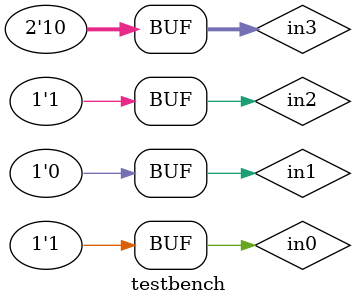
<source format=v>
`timescale 1ns/1ps

module testbench();
	reg in0;
	reg in1;
	reg in2;
	reg[1:0] in3;
	wire[6:0] out;
	
	top DUT1(.in0(in0),.in1(in1),.in2(in2),.in3(in3),.out(out));
	
	initial begin
		in0 = 0;
		in1 = 0;
		in2 = 0;
		in3 = 0;
		#5;
		in0 = 1;
		in1 = 0;
		in2 = 0;
		in3 = 0;
		#5;
		in0 = 1;
		in1 = 1;
		in2 = 0;
		in3 = 0;
		#5;
		in0 = 1;
		in1 = 1;
		in2 = 0;
		in3 = 1;
		#5;
		in0 = 1;
		in1 = 1;
		in2 = 0;
		in3 = 2;
		#5;
		in0 = 0;
		in1 = 1;
		in2 = 0;
		in3 = 2;
		#5;
		in0 = 0;
		in1 = 0;
		in2 = 1;
		in3 = 2;
		#5;
		in0 = 0;
		in1 = 0;
		in2 = 1;
		in3 = 0;
		#5;
		in0 = 0;
		in1 = 0;
		in2 = 1;
		in3 = 1;
		#5;
		in0 = 0;
		in1 = 0;
		in2 = 1;
		in3 = 2;
		#5;
		in0 = 1;
		in1 = 0;
		in2 = 1;
		in3 = 2;
		#5;
	end
endmodule
</source>
